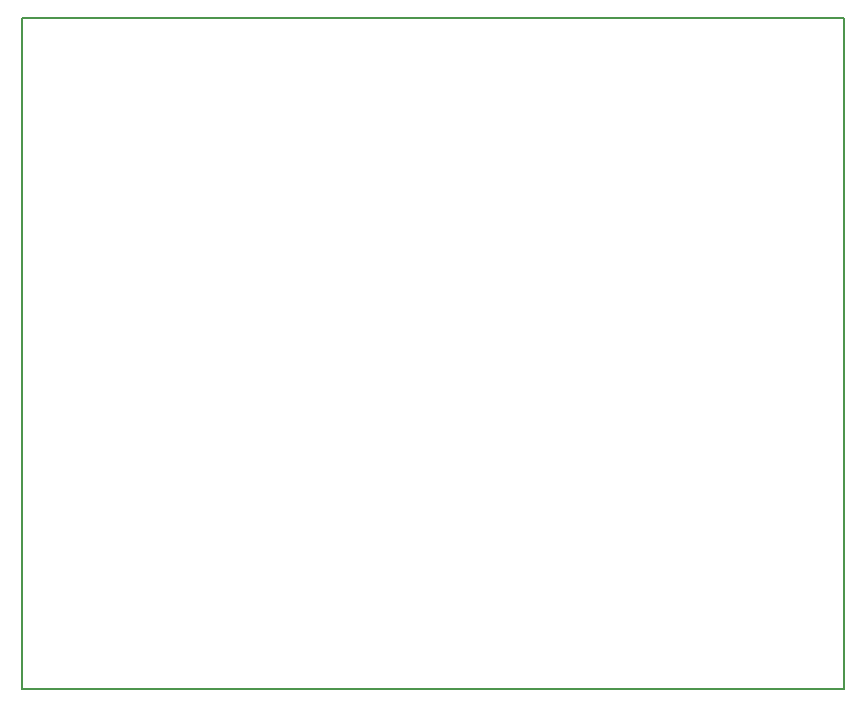
<source format=gm1>
G04 MADE WITH FRITZING*
G04 WWW.FRITZING.ORG*
G04 DOUBLE SIDED*
G04 HOLES PLATED*
G04 CONTOUR ON CENTER OF CONTOUR VECTOR*
%ASAXBY*%
%FSLAX23Y23*%
%MOIN*%
%OFA0B0*%
%SFA1.0B1.0*%
%ADD10R,2.748150X2.244440*%
%ADD11C,0.008000*%
%ADD10C,0.008*%
%LNCONTOUR*%
G90*
G70*
G54D10*
G54D11*
X4Y2240D02*
X2744Y2240D01*
X2744Y4D01*
X4Y4D01*
X4Y2240D01*
D02*
G04 End of contour*
M02*
</source>
